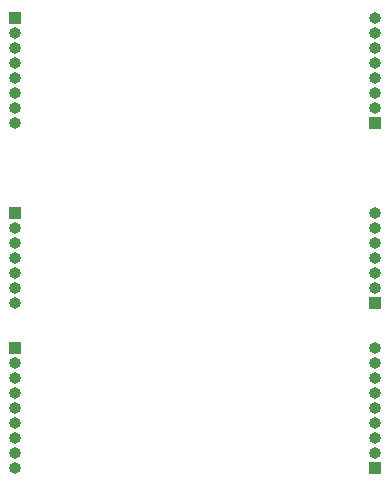
<source format=gbr>
%TF.GenerationSoftware,KiCad,Pcbnew,(5.1.10)-1*%
%TF.CreationDate,2021-12-23T09:49:10-08:00*%
%TF.ProjectId,ats-remote,6174732d-7265-46d6-9f74-652e6b696361,rev?*%
%TF.SameCoordinates,Original*%
%TF.FileFunction,Soldermask,Bot*%
%TF.FilePolarity,Negative*%
%FSLAX46Y46*%
G04 Gerber Fmt 4.6, Leading zero omitted, Abs format (unit mm)*
G04 Created by KiCad (PCBNEW (5.1.10)-1) date 2021-12-23 09:49:10*
%MOMM*%
%LPD*%
G01*
G04 APERTURE LIST*
%ADD10O,1.000000X1.000000*%
%ADD11R,1.000000X1.000000*%
G04 APERTURE END LIST*
D10*
%TO.C,J6*%
X172720000Y-110490000D03*
X172720000Y-111760000D03*
X172720000Y-113030000D03*
X172720000Y-114300000D03*
X172720000Y-115570000D03*
X172720000Y-116840000D03*
X172720000Y-118110000D03*
X172720000Y-119380000D03*
D11*
X172720000Y-120650000D03*
%TD*%
D10*
%TO.C,J5*%
X142240000Y-120650000D03*
X142240000Y-119380000D03*
X142240000Y-118110000D03*
X142240000Y-116840000D03*
X142240000Y-115570000D03*
X142240000Y-114300000D03*
X142240000Y-113030000D03*
X142240000Y-111760000D03*
D11*
X142240000Y-110490000D03*
%TD*%
D10*
%TO.C,J4*%
X172720000Y-99060000D03*
X172720000Y-100330000D03*
X172720000Y-101600000D03*
X172720000Y-102870000D03*
X172720000Y-104140000D03*
X172720000Y-105410000D03*
D11*
X172720000Y-106680000D03*
%TD*%
D10*
%TO.C,J3*%
X142240000Y-106680000D03*
X142240000Y-105410000D03*
X142240000Y-104140000D03*
X142240000Y-102870000D03*
X142240000Y-101600000D03*
X142240000Y-100330000D03*
D11*
X142240000Y-99060000D03*
%TD*%
D10*
%TO.C,J2*%
X172720000Y-82550000D03*
X172720000Y-83820000D03*
X172720000Y-85090000D03*
X172720000Y-86360000D03*
X172720000Y-87630000D03*
X172720000Y-88900000D03*
X172720000Y-90170000D03*
D11*
X172720000Y-91440000D03*
%TD*%
D10*
%TO.C,J1*%
X142240000Y-91440000D03*
X142240000Y-90170000D03*
X142240000Y-88900000D03*
X142240000Y-87630000D03*
X142240000Y-86360000D03*
X142240000Y-85090000D03*
X142240000Y-83820000D03*
D11*
X142240000Y-82550000D03*
%TD*%
M02*

</source>
